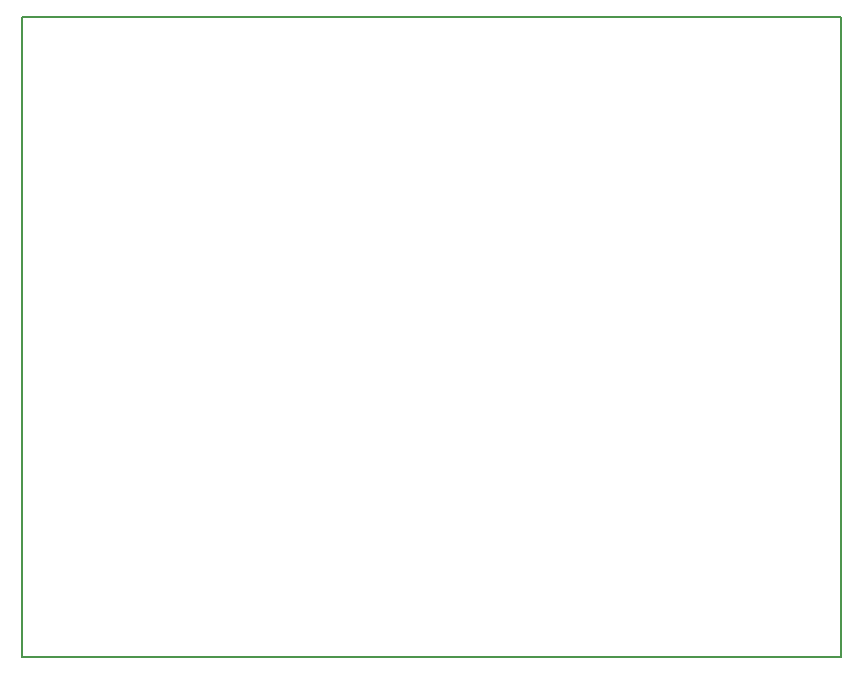
<source format=gm1>
G04 MADE WITH FRITZING*
G04 WWW.FRITZING.ORG*
G04 DOUBLE SIDED*
G04 HOLES PLATED*
G04 CONTOUR ON CENTER OF CONTOUR VECTOR*
%ASAXBY*%
%FSLAX23Y23*%
%MOIN*%
%OFA0B0*%
%SFA1.0B1.0*%
%ADD10R,2.740160X2.138950*%
%ADD11C,0.008000*%
%ADD10C,0.008*%
%LNCONTOUR*%
G90*
G70*
G54D10*
G54D11*
X4Y2135D02*
X2736Y2135D01*
X2736Y4D01*
X4Y4D01*
X4Y2135D01*
D02*
G04 End of contour*
M02*
</source>
